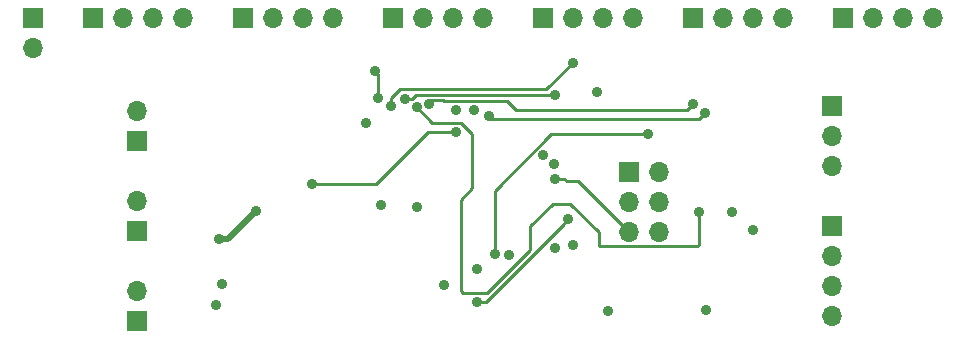
<source format=gbr>
G04 #@! TF.GenerationSoftware,KiCad,Pcbnew,5.1.5+dfsg1-2build2*
G04 #@! TF.CreationDate,2021-01-10T12:40:40-08:00*
G04 #@! TF.ProjectId,board,626f6172-642e-46b6-9963-61645f706362,rev?*
G04 #@! TF.SameCoordinates,Original*
G04 #@! TF.FileFunction,Copper,L4,Bot*
G04 #@! TF.FilePolarity,Positive*
%FSLAX46Y46*%
G04 Gerber Fmt 4.6, Leading zero omitted, Abs format (unit mm)*
G04 Created by KiCad (PCBNEW 5.1.5+dfsg1-2build2) date 2021-01-10 12:40:40*
%MOMM*%
%LPD*%
G04 APERTURE LIST*
%ADD10R,1.700000X1.700000*%
%ADD11O,1.700000X1.700000*%
%ADD12C,0.900000*%
%ADD13C,0.250000*%
%ADD14C,0.500000*%
G04 APERTURE END LIST*
D10*
X169557700Y-71793100D03*
D11*
X169557700Y-74333100D03*
X169557700Y-76873100D03*
X169557700Y-79413100D03*
D10*
X152366000Y-67254000D03*
D11*
X154906000Y-67254000D03*
X152366000Y-69794000D03*
X154906000Y-69794000D03*
X152366000Y-72334000D03*
X154906000Y-72334000D03*
D10*
X157780000Y-54150000D03*
D11*
X160320000Y-54150000D03*
X162860000Y-54150000D03*
X165400000Y-54150000D03*
D10*
X110662500Y-64583200D03*
D11*
X110662500Y-62043200D03*
D10*
X106980000Y-54150000D03*
D11*
X109520000Y-54150000D03*
X112060000Y-54150000D03*
X114600000Y-54150000D03*
D10*
X170480000Y-54150000D03*
D11*
X173020000Y-54150000D03*
X175560000Y-54150000D03*
X178100000Y-54150000D03*
D10*
X101900000Y-54150000D03*
D11*
X101900000Y-56690000D03*
X110662500Y-77283200D03*
D10*
X110662500Y-79823200D03*
X110662500Y-72203200D03*
D11*
X110662500Y-69663200D03*
D10*
X119680000Y-54150000D03*
D11*
X122220000Y-54150000D03*
X124760000Y-54150000D03*
X127300000Y-54150000D03*
X140000000Y-54150000D03*
X137460000Y-54150000D03*
X134920000Y-54150000D03*
D10*
X132380000Y-54150000D03*
X145080000Y-54150000D03*
D11*
X147620000Y-54150000D03*
X150160000Y-54150000D03*
X152700000Y-54150000D03*
D10*
X169557700Y-61633100D03*
D11*
X169557700Y-64173100D03*
X169557700Y-66713100D03*
D12*
X142183637Y-74224363D03*
X162814000Y-72136000D03*
X147574000Y-73406000D03*
X145989424Y-66549284D03*
X139446000Y-75438000D03*
X137669334Y-61983827D03*
X150545800Y-78994000D03*
X131318000Y-70027800D03*
X130073400Y-63068200D03*
X146050000Y-67818000D03*
X157734000Y-61468000D03*
X135439276Y-61481000D03*
X158242000Y-70612000D03*
X134366000Y-61722000D03*
X158750000Y-62230000D03*
X140462000Y-62484000D03*
X117348000Y-78486000D03*
X139446000Y-78232000D03*
X147193000Y-71177492D03*
X146050000Y-60680600D03*
X133350000Y-61005591D03*
X131064000Y-60960000D03*
X130810000Y-58674000D03*
X147624800Y-57962800D03*
X132186757Y-61615243D03*
X140970000Y-74168000D03*
X153924000Y-64008000D03*
X146050000Y-73660000D03*
X161036000Y-70612000D03*
X136677400Y-76784200D03*
X117856000Y-76708000D03*
X149606000Y-60452000D03*
X145108507Y-65785990D03*
X139193294Y-61976063D03*
X158877000Y-78943200D03*
X134391400Y-70187095D03*
X117602000Y-72898000D03*
X120817008Y-70495792D03*
X137735665Y-63838735D03*
X125552200Y-68249800D03*
D13*
X148041892Y-68009892D02*
X152366000Y-72334000D01*
X147066000Y-68009892D02*
X148041892Y-68009892D01*
X146874108Y-67818000D02*
X147066000Y-68009892D01*
X146050000Y-67818000D02*
X146874108Y-67818000D01*
X142802630Y-61976000D02*
X146812000Y-61976000D01*
X142013315Y-61186685D02*
X142802630Y-61976000D01*
X146671630Y-61976000D02*
X146812000Y-61976000D01*
X157226000Y-61976000D02*
X146812000Y-61976000D01*
X157734000Y-61468000D02*
X157226000Y-61976000D01*
X135439515Y-61156485D02*
X136594485Y-61156485D01*
X135439276Y-61156724D02*
X135439515Y-61156485D01*
X135439276Y-61481000D02*
X135439276Y-61156724D01*
X136652000Y-61214000D02*
X142013315Y-61186685D01*
X136594485Y-61156485D02*
X136652000Y-61214000D01*
X136679315Y-61186685D02*
X136652000Y-61214000D01*
X158138999Y-73509001D02*
X158242000Y-73406000D01*
X149775309Y-73509001D02*
X158138999Y-73509001D01*
X149775309Y-72279909D02*
X149775309Y-73509001D01*
X134366000Y-61722000D02*
X135707734Y-63063734D01*
X138099800Y-77292200D02*
X138264599Y-77456999D01*
X158242000Y-73406000D02*
X158242000Y-70612000D01*
X135707734Y-63063734D02*
X138107666Y-63063734D01*
X139065000Y-68584002D02*
X138099800Y-69549202D01*
X139065000Y-64021068D02*
X139065000Y-68584002D01*
X143985654Y-71812746D02*
X145897600Y-69900800D01*
X138099800Y-69549202D02*
X138099800Y-77292200D01*
X138107666Y-63063734D02*
X139065000Y-64021068D01*
X138264599Y-77456999D02*
X140346591Y-77456999D01*
X143985654Y-73817936D02*
X143985654Y-71812746D01*
X140346591Y-77456999D02*
X143985654Y-73817936D01*
X145897600Y-69900800D02*
X147396200Y-69900800D01*
X147396200Y-69900800D02*
X149775309Y-72279909D01*
X140679001Y-62701001D02*
X140462000Y-62484000D01*
X158278999Y-62701001D02*
X140679001Y-62701001D01*
X158750000Y-62230000D02*
X158278999Y-62701001D01*
X140208000Y-78232000D02*
X139446000Y-78232000D01*
X146816653Y-71623347D02*
X140208000Y-78232000D01*
X146816653Y-71553839D02*
X146816653Y-71623347D01*
X147193000Y-71177492D02*
X146816653Y-71553839D01*
X133986396Y-61005591D02*
X134285987Y-60706000D01*
X133350000Y-61005591D02*
X133986396Y-61005591D01*
X134285987Y-60706000D02*
X136144000Y-60706000D01*
X136144000Y-60706000D02*
X136105900Y-60680600D01*
X146050000Y-60680600D02*
X136144000Y-60706000D01*
X131064000Y-58928000D02*
X130810000Y-58674000D01*
X131064000Y-60960000D02*
X131064000Y-58928000D01*
X145357010Y-60230590D02*
X147624800Y-57962800D01*
X132186757Y-60978847D02*
X132935013Y-60230591D01*
X132935013Y-60230591D02*
X145357010Y-60230590D01*
X132186757Y-61615243D02*
X132186757Y-60978847D01*
X140970000Y-73602315D02*
X140970000Y-74168000D01*
X140970000Y-68828481D02*
X140970000Y-73602315D01*
X145790481Y-64008000D02*
X140970000Y-68828481D01*
X153924000Y-64008000D02*
X145790481Y-64008000D01*
D14*
X118414800Y-72898000D02*
X120817008Y-70495792D01*
X117602000Y-72898000D02*
X118414800Y-72898000D01*
D13*
X137735665Y-63838735D02*
X135373465Y-63838735D01*
X130962400Y-68249800D02*
X125552200Y-68249800D01*
X135373465Y-63838735D02*
X130962400Y-68249800D01*
M02*

</source>
